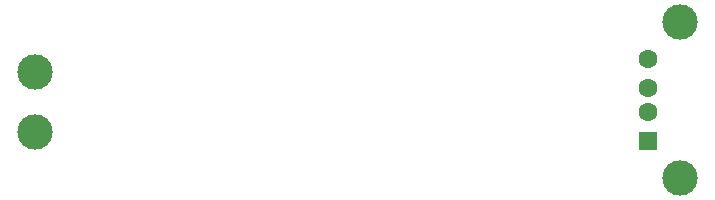
<source format=gbr>
%TF.GenerationSoftware,KiCad,Pcbnew,(6.0.4)*%
%TF.CreationDate,2022-05-23T18:10:56-07:00*%
%TF.ProjectId,SolarChargerV7,536f6c61-7243-4686-9172-67657256372e,rev?*%
%TF.SameCoordinates,Original*%
%TF.FileFunction,Soldermask,Bot*%
%TF.FilePolarity,Negative*%
%FSLAX46Y46*%
G04 Gerber Fmt 4.6, Leading zero omitted, Abs format (unit mm)*
G04 Created by KiCad (PCBNEW (6.0.4)) date 2022-05-23 18:10:56*
%MOMM*%
%LPD*%
G01*
G04 APERTURE LIST*
%ADD10C,3.000000*%
%ADD11R,1.500000X1.600000*%
%ADD12C,1.600000*%
G04 APERTURE END LIST*
D10*
%TO.C,SC1*%
X100200000Y-68760000D03*
X100200000Y-73840000D03*
%TD*%
D11*
%TO.C,J1*%
X152120000Y-74620000D03*
D12*
X152120000Y-72120000D03*
X152120000Y-70120000D03*
X152120000Y-67620000D03*
D10*
X154830000Y-64550000D03*
X154830000Y-77690000D03*
%TD*%
M02*

</source>
